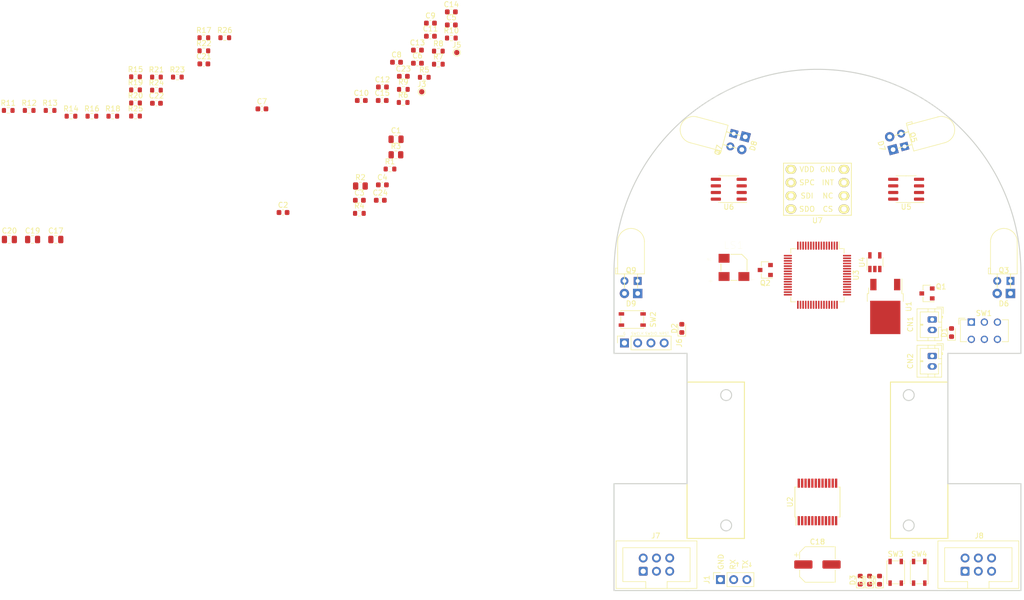
<source format=kicad_pcb>
(kicad_pcb (version 20171130) (host pcbnew "(5.1.8-0-10_14)")
  (layers (0 F.Cu signal) (31 B.Cu signal) (34 B.Paste user) (35 F.Paste user) (36 B.SilkS user) (37 F.SilkS user) (38 B.Mask user) (39 F.Mask user) (44 Edge.Cuts user))
  (net 0 "")
  (net 1 GND)
  (net 2 VCC)
  (net 3 /BAT_MONI)
  (net 4 +5V)
  (net 5 /SW0)
  (net 6 "Net-(C6-Pad1)")
  (net 7 /NRST)
  (net 8 /SW1)
  (net 9 +3V3)
  (net 10 "Net-(C23-Pad1)")
  (net 11 +BATT)
  (net 12 "Net-(CN1-Pad1)")
  (net 13 "Net-(D1-Pad2)")
  (net 14 /TICK_LED)
  (net 15 /DBG_LED0)
  (net 16 /DBG_LED1)
  (net 17 /DBG_LED2)
  (net 18 "Net-(D6-Pad2)")
  (net 19 "Net-(D6-Pad1)")
  (net 20 "Net-(D7-Pad2)")
  (net 21 "Net-(D7-Pad1)")
  (net 22 "Net-(D8-Pad2)")
  (net 23 "Net-(D8-Pad1)")
  (net 24 "Net-(D9-Pad2)")
  (net 25 "Net-(D9-Pad1)")
  (net 26 /DBG_TX)
  (net 27 /DBG_RX)
  (net 28 /IMU_MISO)
  (net 29 /IMU_MOSI)
  (net 30 /IMU_SCK)
  (net 31 /TEST_I2C_SCL)
  (net 32 /IMU_INT)
  (net 33 /IMU_CS)
  (net 34 /TEST_I2C_SDA)
  (net 35 /SWDIO)
  (net 36 /SWCLK)
  (net 37 /ENC_L_A)
  (net 38 /Motor/MOTOR_L-)
  (net 39 /ENC_L_B)
  (net 40 /Motor/MOTOR_L+)
  (net 41 /ENC_R_A)
  (net 42 /Motor/MOTOR_R-)
  (net 43 /ENC_R_B)
  (net 44 /Motor/MOTOR_R+)
  (net 45 "Net-(LS1-Pad2)")
  (net 46 "Net-(Q2-Pad1)")
  (net 47 /WALL_SEN0)
  (net 48 /WALL_SEN1)
  (net 49 /WALL_SEN2)
  (net 50 /WALL_SEN3)
  (net 51 "Net-(R1-Pad2)")
  (net 52 /BUZZER)
  (net 53 "Net-(R11-Pad1)")
  (net 54 /WALL_LED0)
  (net 55 "Net-(R18-Pad2)")
  (net 56 /WALL_LED1)
  (net 57 "Net-(R21-Pad2)")
  (net 58 /WALL_LED2)
  (net 59 "Net-(R25-Pad2)")
  (net 60 /WALL_LED3)
  (net 61 "Net-(SW1-Pad1)")
  (net 62 /MOTOR_L_PWM)
  (net 63 /MOTOR_L_DIR1)
  (net 64 /MOTOR_L_DIR0)
  (net 65 /MOTOR_STBY)
  (net 66 /MOTOR_R_DIR0)
  (net 67 /MOTOR_R_DIR1)
  (net 68 /MOTOR_R_PWM)
  (net 69 "Net-(U3-Pad62)")
  (net 70 "Net-(U3-Pad61)")
  (net 71 "Net-(U3-Pad53)")
  (net 72 "Net-(U3-Pad52)")
  (net 73 "Net-(U3-Pad51)")
  (net 74 "Net-(U3-Pad38)")
  (net 75 "Net-(U3-Pad37)")
  (net 76 "Net-(U3-Pad36)")
  (net 77 "Net-(U3-Pad35)")
  (net 78 "Net-(U3-Pad34)")
  (net 79 "Net-(U3-Pad33)")
  (net 80 "Net-(U3-Pad25)")
  (net 81 "Net-(U3-Pad6)")
  (net 82 "Net-(U3-Pad5)")
  (net 83 "Net-(U4-Pad4)")
  (net 84 "Net-(U7-Pad6)")
  (net 85 "Net-(D2-Pad2)")
  (net 86 "Net-(D3-Pad2)")
  (net 87 "Net-(D4-Pad2)")
  (net 88 "Net-(D5-Pad2)")
  (module Original:ST-1KL3A_ForWall (layer F.Cu) (at 173.3 59.8 255)
    (fp_text reference Q7 (at 1.269999 2.032 75) (layer F.SilkS))
    (fp_text value ST-1KL3A)
    (pad 1 thru_hole rect (at -2.54 0 255) (size 1.524 1.524) (drill 0.762) (layers *.Cu *.Mask) (net 9 +3V3))
    (pad 2 thru_hole circle (at 0 0 255) (size 1.524 1.524) (drill 0.762) (layers *.Cu *.Mask) (net 49 /WALL_SEN2))
  )
  (module Original:ICM-20602 (layer F.Cu) (at 190 68)
    (fp_text reference U7 (at 0 6) (layer F.SilkS))
    (fp_text value ICM-20602-module)
    (fp_text user SDO (at -2 3.81) (layer F.SilkS))
    (fp_text user CS (at 2 3.81) (layer F.SilkS))
    (fp_text user SDI (at -2 1.27) (layer F.SilkS))
    (fp_text user NC (at 2 1.27) (layer F.SilkS))
    (fp_text user SPC (at -2 -1.27) (layer F.SilkS))
    (fp_text user INT (at 2 -1.27) (layer F.SilkS))
    (fp_text user GND (at 2 -3.81) (layer F.SilkS))
    (fp_text user VDD (at -2 -3.81) (layer F.SilkS))
    (pad 1 thru_hole oval (at -5.08 -3.81) (size 2.032 1.7272) (drill 1.016) (layers *.Cu *.Mask F.SilkS) (net 9 +3V3))
    (pad 2 thru_hole oval (at -5.08 -1.27) (size 2.032 1.7272) (drill 1.016) (layers *.Cu *.Mask F.SilkS) (net 30 /IMU_SCK))
    (pad 3 thru_hole oval (at -5.08 1.27) (size 2.032 1.7272) (drill 1.016) (layers *.Cu *.Mask F.SilkS) (net 29 /IMU_MOSI))
    (pad 4 thru_hole oval (at -5.08 3.81) (size 2.032 1.7272) (drill 1.016) (layers *.Cu *.Mask F.SilkS) (net 28 /IMU_MISO))
    (pad 5 thru_hole oval (at 5.08 -3.81) (size 2.032 1.7272) (drill 1.016) (layers *.Cu *.Mask F.SilkS) (net 33 /IMU_CS))
    (pad 6 thru_hole oval (at 5.08 -1.27) (size 2.032 1.7272) (drill 1.016) (layers *.Cu *.Mask F.SilkS) (net 84 "Net-(U7-Pad6)"))
    (pad 7 thru_hole oval (at 5.08 1.27) (size 2.032 1.7272) (drill 1.016) (layers *.Cu *.Mask F.SilkS) (net 32 /IMU_INT))
    (pad 8 thru_hole oval (at 5.08 3.81) (size 2.032 1.7272) (drill 1.016) (layers *.Cu *.Mask F.SilkS) (net 1 GND))
  )
  (module Original:LED_D5.0mm_Horizontal_O3.81mm_Z9.0mm_reverse (layer F.Cu) (at 175.5 60.4 255)
    (fp_text reference D8 (at -1.27 -1.96 75) (layer F.SilkS))
    (fp_text value SFH4550)
    (pad 1 thru_hole rect (at -2.54 0 255) (size 1.8 1.8) (drill 0.9) (layers *.Cu *.Mask) (net 23 "Net-(D8-Pad1)"))
    (pad 2 thru_hole circle (at 0 0 255) (size 1.8 1.8) (drill 0.9) (layers *.Cu *.Mask) (net 22 "Net-(D8-Pad2)"))
  )
  (module Original:LED_D5.0mm_Horizontal_O3.81mm_Z9.0mm_reverse (layer F.Cu) (at 153 88 180)
    (fp_text reference D9 (at -1.27 -1.96) (layer F.SilkS))
    (fp_text value SFH4550)
    (pad 1 thru_hole rect (at -2.54 0 180) (size 1.8 1.8) (drill 0.9) (layers *.Cu *.Mask) (net 25 "Net-(D9-Pad1)"))
    (pad 2 thru_hole circle (at 0 0 180) (size 1.8 1.8) (drill 0.9) (layers *.Cu *.Mask) (net 24 "Net-(D9-Pad2)"))
  )
  (module Package_TO_SOT_SMD:SOT-23 (layer F.Cu) (at 211 88 180)
    (fp_text reference Q1 (at -2.7 1.3) (layer F.SilkS))
    (fp_text value IRLML6402)
    (pad 3 smd rect (at 1 0 180) (size 0.9 0.8) (layers F.Cu F.Paste F.Mask) (net 2 VCC))
    (pad 2 smd rect (at -1 0.95 180) (size 0.9 0.8) (layers F.Cu F.Paste F.Mask) (net 11 +BATT))
    (pad 1 smd rect (at -1 -0.95 180) (size 0.9 0.8) (layers F.Cu F.Paste F.Mask) (net 11 +BATT))
  )
  (module Package_SO:SSOP-24_5.3x8.2mm_P0.65mm (layer F.Cu) (at 190 128 90)
    (fp_text reference U2 (at 0 -5.25 90) (layer F.SilkS))
    (fp_text value TB6612FNG)
    (pad 24 smd rect (at 3.6 -3.575 90) (size 1.75 0.45) (layers F.Cu F.Paste F.Mask) (net 2 VCC))
    (pad 23 smd rect (at 3.6 -2.925 90) (size 1.75 0.45) (layers F.Cu F.Paste F.Mask) (net 62 /MOTOR_L_PWM))
    (pad 22 smd rect (at 3.6 -2.275 90) (size 1.75 0.45) (layers F.Cu F.Paste F.Mask) (net 63 /MOTOR_L_DIR1))
    (pad 21 smd rect (at 3.6 -1.625 90) (size 1.75 0.45) (layers F.Cu F.Paste F.Mask) (net 64 /MOTOR_L_DIR0))
    (pad 20 smd rect (at 3.6 -0.975 90) (size 1.75 0.45) (layers F.Cu F.Paste F.Mask) (net 9 +3V3))
    (pad 19 smd rect (at 3.6 -0.325 90) (size 1.75 0.45) (layers F.Cu F.Paste F.Mask) (net 65 /MOTOR_STBY))
    (pad 18 smd rect (at 3.6 0.325 90) (size 1.75 0.45) (layers F.Cu F.Paste F.Mask) (net 1 GND))
    (pad 17 smd rect (at 3.6 0.975 90) (size 1.75 0.45) (layers F.Cu F.Paste F.Mask) (net 66 /MOTOR_R_DIR0))
    (pad 16 smd rect (at 3.6 1.625 90) (size 1.75 0.45) (layers F.Cu F.Paste F.Mask) (net 67 /MOTOR_R_DIR1))
    (pad 15 smd rect (at 3.6 2.275 90) (size 1.75 0.45) (layers F.Cu F.Paste F.Mask) (net 68 /MOTOR_R_PWM))
    (pad 14 smd rect (at 3.6 2.925 90) (size 1.75 0.45) (layers F.Cu F.Paste F.Mask) (net 2 VCC))
    (pad 13 smd rect (at 3.6 3.575 90) (size 1.75 0.45) (layers F.Cu F.Paste F.Mask) (net 2 VCC))
    (pad 12 smd rect (at -3.6 3.575 90) (size 1.75 0.45) (layers F.Cu F.Paste F.Mask) (net 42 /Motor/MOTOR_R-))
    (pad 11 smd rect (at -3.6 2.925 90) (size 1.75 0.45) (layers F.Cu F.Paste F.Mask) (net 42 /Motor/MOTOR_R-))
    (pad 10 smd rect (at -3.6 2.275 90) (size 1.75 0.45) (layers F.Cu F.Paste F.Mask) (net 1 GND))
    (pad 9 smd rect (at -3.6 1.625 90) (size 1.75 0.45) (layers F.Cu F.Paste F.Mask) (net 1 GND))
    (pad 8 smd rect (at -3.6 0.975 90) (size 1.75 0.45) (layers F.Cu F.Paste F.Mask) (net 44 /Motor/MOTOR_R+))
    (pad 7 smd rect (at -3.6 0.325 90) (size 1.75 0.45) (layers F.Cu F.Paste F.Mask) (net 44 /Motor/MOTOR_R+))
    (pad 6 smd rect (at -3.6 -0.325 90) (size 1.75 0.45) (layers F.Cu F.Paste F.Mask) (net 38 /Motor/MOTOR_L-))
    (pad 5 smd rect (at -3.6 -0.975 90) (size 1.75 0.45) (layers F.Cu F.Paste F.Mask) (net 38 /Motor/MOTOR_L-))
    (pad 4 smd rect (at -3.6 -1.625 90) (size 1.75 0.45) (layers F.Cu F.Paste F.Mask) (net 1 GND))
    (pad 3 smd rect (at -3.6 -2.275 90) (size 1.75 0.45) (layers F.Cu F.Paste F.Mask) (net 1 GND))
    (pad 2 smd rect (at -3.6 -2.925 90) (size 1.75 0.45) (layers F.Cu F.Paste F.Mask) (net 40 /Motor/MOTOR_L+))
    (pad 1 smd rect (at -3.6 -3.575 90) (size 1.75 0.45) (layers F.Cu F.Paste F.Mask) (net 40 /Motor/MOTOR_L+))
  )
  (module Connector_IDC:IDC-Header_2x03_P2.54mm_Vertical (layer F.Cu) (at 156.6 141.3 90)
    (fp_text reference J7 (at 6.8 2.4) (layer F.SilkS))
    (fp_text value Conn_02x03_Odd_Even)
    (pad 6 thru_hole circle (at 2.54 5.08 90) (size 1.7 1.7) (drill 1) (layers *.Cu *.Mask) (net 37 /ENC_L_A))
    (pad 4 thru_hole circle (at 2.54 2.54 90) (size 1.7 1.7) (drill 1) (layers *.Cu *.Mask) (net 4 +5V))
    (pad 2 thru_hole circle (at 2.54 0 90) (size 1.7 1.7) (drill 1) (layers *.Cu *.Mask) (net 38 /Motor/MOTOR_L-))
    (pad 5 thru_hole circle (at 0 5.08 90) (size 1.7 1.7) (drill 1) (layers *.Cu *.Mask) (net 39 /ENC_L_B))
    (pad 3 thru_hole circle (at 0 2.54 90) (size 1.7 1.7) (drill 1) (layers *.Cu *.Mask) (net 1 GND))
    (pad 1 thru_hole roundrect (at 0 0 90) (size 1.7 1.7) (drill 1) (layers *.Cu *.Mask) (roundrect_rratio 0.147059) (net 40 /Motor/MOTOR_L+))
  )
  (module Connector_IDC:IDC-Header_2x03_P2.54mm_Vertical (layer F.Cu) (at 218.3 141.3 90)
    (fp_text reference J8 (at 6.8 2.7 180) (layer F.SilkS))
    (fp_text value Conn_02x03_Odd_Even)
    (pad 6 thru_hole circle (at 2.54 5.08 90) (size 1.7 1.7) (drill 1) (layers *.Cu *.Mask) (net 41 /ENC_R_A))
    (pad 4 thru_hole circle (at 2.54 2.54 90) (size 1.7 1.7) (drill 1) (layers *.Cu *.Mask) (net 4 +5V))
    (pad 2 thru_hole circle (at 2.54 0 90) (size 1.7 1.7) (drill 1) (layers *.Cu *.Mask) (net 42 /Motor/MOTOR_R-))
    (pad 5 thru_hole circle (at 0 5.08 90) (size 1.7 1.7) (drill 1) (layers *.Cu *.Mask) (net 43 /ENC_R_B))
    (pad 3 thru_hole circle (at 0 2.54 90) (size 1.7 1.7) (drill 1) (layers *.Cu *.Mask) (net 1 GND))
    (pad 1 thru_hole roundrect (at 0 0 90) (size 1.7 1.7) (drill 1) (layers *.Cu *.Mask) (roundrect_rratio 0.147059) (net 44 /Motor/MOTOR_R+))
  )
  (module Original:SW_TACT_ALPS_SKRPABE010 (layer F.Cu) (at 205 141.5 90)
    (fp_text reference SW3 (at 3.5 0 180) (layer F.SilkS))
    (fp_text value SW_Push)
    (pad 2 smd rect (at 2.075 1.075 90) (size 1.05 0.65) (layers F.Cu F.Paste F.Mask) (net 5 /SW0))
    (pad 2 smd rect (at -2.075 1.075 90) (size 1.05 0.65) (layers F.Cu F.Paste F.Mask) (net 5 /SW0))
    (pad 1 smd rect (at 2.075 -1.075 90) (size 1.05 0.65) (layers F.Cu F.Paste F.Mask) (net 1 GND))
    (pad 1 smd rect (at -2.075 -1.075 90) (size 1.05 0.65) (layers F.Cu F.Paste F.Mask) (net 1 GND))
  )
  (module Connector_JST:JST_PH_B2B-PH-K_1x02_P2.00mm_Vertical (layer F.Cu) (at 212 93 270)
    (fp_text reference CN1 (at 0.9 4.2 90) (layer F.SilkS))
    (fp_text value Battery)
    (pad 2 thru_hole oval (at 2 0 270) (size 1.2 1.75) (drill 0.75) (layers *.Cu *.Mask) (net 11 +BATT))
    (pad 1 thru_hole roundrect (at 0 0 270) (size 1.2 1.75) (drill 0.75) (layers *.Cu *.Mask) (roundrect_rratio 0.208333) (net 12 "Net-(CN1-Pad1)"))
  )
  (module Package_SO:SOIC-8_3.9x4.9mm_P1.27mm (layer F.Cu) (at 207 68 180)
    (fp_text reference U5 (at 0 -3.4) (layer F.SilkS))
    (fp_text value AD8397)
    (pad 1 smd roundrect (at -2.475 -1.905 180) (size 1.95 0.6) (layers F.Cu F.Paste F.Mask) (net 18 "Net-(D6-Pad2)"))
    (pad 2 smd roundrect (at -2.475 -0.635 180) (size 1.95 0.6) (layers F.Cu F.Paste F.Mask) (net 19 "Net-(D6-Pad1)"))
    (pad 3 smd roundrect (at -2.475 0.635 180) (size 1.95 0.6) (layers F.Cu F.Paste F.Mask) (net 53 "Net-(R11-Pad1)"))
    (pad 4 smd roundrect (at -2.475 1.905 180) (size 1.95 0.6) (layers F.Cu F.Paste F.Mask) (net 1 GND))
    (pad 5 smd roundrect (at 2.475 1.905 180) (size 1.95 0.6) (layers F.Cu F.Paste F.Mask) (net 55 "Net-(R18-Pad2)"))
    (pad 6 smd roundrect (at 2.475 0.635 180) (size 1.95 0.6) (layers F.Cu F.Paste F.Mask) (net 21 "Net-(D7-Pad1)"))
    (pad 7 smd roundrect (at 2.475 -0.635 180) (size 1.95 0.6) (layers F.Cu F.Paste F.Mask) (net 20 "Net-(D7-Pad2)"))
    (pad 8 smd roundrect (at 2.475 -1.905 180) (size 1.95 0.6) (layers F.Cu F.Paste F.Mask) (net 4 +5V))
  )
  (module Package_SO:SOIC-8_3.9x4.9mm_P1.27mm (layer F.Cu) (at 173 68 180)
    (fp_text reference U6 (at 0 -3.4) (layer F.SilkS))
    (fp_text value AD8397)
    (pad 8 smd roundrect (at 2.475 -1.905 180) (size 1.95 0.6) (layers F.Cu F.Paste F.Mask) (net 4 +5V))
    (pad 7 smd roundrect (at 2.475 -0.635 180) (size 1.95 0.6) (layers F.Cu F.Paste F.Mask) (net 24 "Net-(D9-Pad2)"))
    (pad 6 smd roundrect (at 2.475 0.635 180) (size 1.95 0.6) (layers F.Cu F.Paste F.Mask) (net 25 "Net-(D9-Pad1)"))
    (pad 5 smd roundrect (at 2.475 1.905 180) (size 1.95 0.6) (layers F.Cu F.Paste F.Mask) (net 59 "Net-(R25-Pad2)"))
    (pad 4 smd roundrect (at -2.475 1.905 180) (size 1.95 0.6) (layers F.Cu F.Paste F.Mask) (net 1 GND))
    (pad 3 smd roundrect (at -2.475 0.635 180) (size 1.95 0.6) (layers F.Cu F.Paste F.Mask) (net 57 "Net-(R21-Pad2)"))
    (pad 2 smd roundrect (at -2.475 -0.635 180) (size 1.95 0.6) (layers F.Cu F.Paste F.Mask) (net 23 "Net-(D8-Pad1)"))
    (pad 1 smd roundrect (at -2.475 -1.905 180) (size 1.95 0.6) (layers F.Cu F.Paste F.Mask) (net 22 "Net-(D8-Pad2)"))
  )
  (module Package_QFP:LQFP-64_10x10mm_P0.5mm (layer F.Cu) (at 190 84.5 270)
    (fp_text reference U3 (at 0 -7.4 90) (layer F.SilkS))
    (fp_text value STM32F405RGTx)
    (pad 64 smd roundrect (at -3.75 -5.675 270) (size 0.3 1.55) (layers F.Cu F.Paste F.Mask) (net 9 +3V3))
    (pad 63 smd roundrect (at -3.25 -5.675 270) (size 0.3 1.55) (layers F.Cu F.Paste F.Mask) (net 1 GND))
    (pad 62 smd roundrect (at -2.75 -5.675 270) (size 0.3 1.55) (layers F.Cu F.Paste F.Mask) (net 69 "Net-(U3-Pad62)"))
    (pad 61 smd roundrect (at -2.25 -5.675 270) (size 0.3 1.55) (layers F.Cu F.Paste F.Mask) (net 70 "Net-(U3-Pad61)"))
    (pad 60 smd roundrect (at -1.75 -5.675 270) (size 0.3 1.55) (layers F.Cu F.Paste F.Mask) (net 1 GND))
    (pad 59 smd roundrect (at -1.25 -5.675 270) (size 0.3 1.55) (layers F.Cu F.Paste F.Mask) (net 32 /IMU_INT))
    (pad 58 smd roundrect (at -0.75 -5.675 270) (size 0.3 1.55) (layers F.Cu F.Paste F.Mask) (net 33 /IMU_CS))
    (pad 57 smd roundrect (at -0.25 -5.675 270) (size 0.3 1.55) (layers F.Cu F.Paste F.Mask) (net 29 /IMU_MOSI))
    (pad 56 smd roundrect (at 0.25 -5.675 270) (size 0.3 1.55) (layers F.Cu F.Paste F.Mask) (net 28 /IMU_MISO))
    (pad 55 smd roundrect (at 0.75 -5.675 270) (size 0.3 1.55) (layers F.Cu F.Paste F.Mask) (net 39 /ENC_L_B))
    (pad 54 smd roundrect (at 1.25 -5.675 270) (size 0.3 1.55) (layers F.Cu F.Paste F.Mask) (net 52 /BUZZER))
    (pad 53 smd roundrect (at 1.75 -5.675 270) (size 0.3 1.55) (layers F.Cu F.Paste F.Mask) (net 71 "Net-(U3-Pad53)"))
    (pad 52 smd roundrect (at 2.25 -5.675 270) (size 0.3 1.55) (layers F.Cu F.Paste F.Mask) (net 72 "Net-(U3-Pad52)"))
    (pad 51 smd roundrect (at 2.75 -5.675 270) (size 0.3 1.55) (layers F.Cu F.Paste F.Mask) (net 73 "Net-(U3-Pad51)"))
    (pad 50 smd roundrect (at 3.25 -5.675 270) (size 0.3 1.55) (layers F.Cu F.Paste F.Mask) (net 37 /ENC_L_A))
    (pad 49 smd roundrect (at 3.75 -5.675 270) (size 0.3 1.55) (layers F.Cu F.Paste F.Mask) (net 36 /SWCLK))
    (pad 48 smd roundrect (at 5.675 -3.75 270) (size 1.55 0.3) (layers F.Cu F.Paste F.Mask) (net 9 +3V3))
    (pad 47 smd roundrect (at 5.675 -3.25 270) (size 1.55 0.3) (layers F.Cu F.Paste F.Mask) (net 10 "Net-(C23-Pad1)"))
    (pad 46 smd roundrect (at 5.675 -2.75 270) (size 1.55 0.3) (layers F.Cu F.Paste F.Mask) (net 35 /SWDIO))
    (pad 45 smd roundrect (at 5.675 -2.25 270) (size 1.55 0.3) (layers F.Cu F.Paste F.Mask) (net 65 /MOTOR_STBY))
    (pad 44 smd roundrect (at 5.675 -1.75 270) (size 1.55 0.3) (layers F.Cu F.Paste F.Mask) (net 64 /MOTOR_L_DIR0))
    (pad 43 smd roundrect (at 5.675 -1.25 270) (size 1.55 0.3) (layers F.Cu F.Paste F.Mask) (net 63 /MOTOR_L_DIR1))
    (pad 42 smd roundrect (at 5.675 -0.75 270) (size 1.55 0.3) (layers F.Cu F.Paste F.Mask) (net 62 /MOTOR_L_PWM))
    (pad 41 smd roundrect (at 5.675 -0.25 270) (size 1.55 0.3) (layers F.Cu F.Paste F.Mask) (net 68 /MOTOR_R_PWM))
    (pad 40 smd roundrect (at 5.675 0.25 270) (size 1.55 0.3) (layers F.Cu F.Paste F.Mask) (net 66 /MOTOR_R_DIR0))
    (pad 39 smd roundrect (at 5.675 0.75 270) (size 1.55 0.3) (layers F.Cu F.Paste F.Mask) (net 67 /MOTOR_R_DIR1))
    (pad 38 smd roundrect (at 5.675 1.25 270) (size 1.55 0.3) (layers F.Cu F.Paste F.Mask) (net 74 "Net-(U3-Pad38)"))
    (pad 37 smd roundrect (at 5.675 1.75 270) (size 1.55 0.3) (layers F.Cu F.Paste F.Mask) (net 75 "Net-(U3-Pad37)"))
    (pad 36 smd roundrect (at 5.675 2.25 270) (size 1.55 0.3) (layers F.Cu F.Paste F.Mask) (net 76 "Net-(U3-Pad36)"))
    (pad 35 smd roundrect (at 5.675 2.75 270) (size 1.55 0.3) (layers F.Cu F.Paste F.Mask) (net 77 "Net-(U3-Pad35)"))
    (pad 34 smd roundrect (at 5.675 3.25 270) (size 1.55 0.3) (layers F.Cu F.Paste F.Mask) (net 78 "Net-(U3-Pad34)"))
    (pad 33 smd roundrect (at 5.675 3.75 270) (size 1.55 0.3) (layers F.Cu F.Paste F.Mask) (net 79 "Net-(U3-Pad33)"))
    (pad 32 smd roundrect (at 3.75 5.675 270) (size 0.3 1.55) (layers F.Cu F.Paste F.Mask) (net 9 +3V3))
    (pad 31 smd roundrect (at 3.25 5.675 270) (size 0.3 1.55) (layers F.Cu F.Paste F.Mask) (net 6 "Net-(C6-Pad1)"))
    (pad 30 smd roundrect (at 2.75 5.675 270) (size 0.3 1.55) (layers F.Cu F.Paste F.Mask) (net 34 /TEST_I2C_SDA))
    (pad 29 smd roundrect (at 2.25 5.675 270) (size 0.3 1.55) (layers F.Cu F.Paste F.Mask) (net 31 /TEST_I2C_SCL))
    (pad 28 smd roundrect (at 1.75 5.675 270) (size 0.3 1.55) (layers F.Cu F.Paste F.Mask) (net 8 /SW1))
    (pad 27 smd roundrect (at 1.25 5.675 270) (size 0.3 1.55) (layers F.Cu F.Paste F.Mask) (net 50 /WALL_SEN3))
    (pad 26 smd roundrect (at 0.75 5.675 270) (size 0.3 1.55) (layers F.Cu F.Paste F.Mask) (net 49 /WALL_SEN2))
    (pad 25 smd roundrect (at 0.25 5.675 270) (size 0.3 1.55) (layers F.Cu F.Paste F.Mask) (net 80 "Net-(U3-Pad25)"))
    (pad 24 smd roundrect (at -0.25 5.675 270) (size 0.3 1.55) (layers F.Cu F.Paste F.Mask) (net 14 /TICK_LED))
    (pad 23 smd roundrect (at -0.75 5.675 270) (size 0.3 1.55) (layers F.Cu F.Paste F.Mask) (net 48 /WALL_SEN1))
    (pad 22 smd roundrect (at -1.25 5.675 270) (size 0.3 1.55) (layers F.Cu F.Paste F.Mask) (net 47 /WALL_SEN0))
    (pad 21 smd roundrect (at -1.75 5.675 270) (size 0.3 1.55) (layers F.Cu F.Paste F.Mask) (net 30 /IMU_SCK))
    (pad 20 smd roundrect (at -2.25 5.675 270) (size 0.3 1.55) (layers F.Cu F.Paste F.Mask) (net 3 /BAT_MONI))
    (pad 19 smd roundrect (at -2.75 5.675 270) (size 0.3 1.55) (layers F.Cu F.Paste F.Mask) (net 9 +3V3))
    (pad 18 smd roundrect (at -3.25 5.675 270) (size 0.3 1.55) (layers F.Cu F.Paste F.Mask) (net 1 GND))
    (pad 17 smd roundrect (at -3.75 5.675 270) (size 0.3 1.55) (layers F.Cu F.Paste F.Mask) (net 27 /DBG_RX))
    (pad 16 smd roundrect (at -5.675 3.75 270) (size 1.55 0.3) (layers F.Cu F.Paste F.Mask) (net 26 /DBG_TX))
    (pad 15 smd roundrect (at -5.675 3.25 270) (size 1.55 0.3) (layers F.Cu F.Paste F.Mask) (net 43 /ENC_R_B))
    (pad 14 smd roundrect (at -5.675 2.75 270) (size 1.55 0.3) (layers F.Cu F.Paste F.Mask) (net 41 /ENC_R_A))
    (pad 13 smd roundrect (at -5.675 2.25 270) (size 1.55 0.3) (layers F.Cu F.Paste F.Mask) (net 9 +3V3))
    (pad 12 smd roundrect (at -5.675 1.75 270) (size 1.55 0.3) (layers F.Cu F.Paste F.Mask) (net 1 GND))
    (pad 11 smd roundrect (at -5.675 1.25 270) (size 1.55 0.3) (layers F.Cu F.Paste F.Mask) (net 60 /WALL_LED3))
    (pad 10 smd roundrect (at -5.675 0.75 270) (size 1.55 0.3) (layers F.Cu F.Paste F.Mask) (net 58 /WALL_LED2))
    (pad 9 smd roundrect (at -5.675 0.25 270) (size 1.55 0.3) (layers F.Cu F.Paste F.Mask) (net 56 /WALL_LED1))
    (pad 8 smd roundrect (at -5.675 -0.25 270) (size 1.55 0.3) (layers F.Cu F.Paste F.Mask) (net 54 /WALL_LED0))
    (pad 7 smd roundrect (at -5.675 -0.75 270) (size 1.55 0.3) (layers F.Cu F.Paste F.Mask) (net 7 /NRST))
    (pad 6 smd roundrect (at -5.675 -1.25 270) (size 1.55 0.3) (layers F.Cu F.Paste F.Mask) (net 81 "Net-(U3-Pad6)"))
    (pad 5 smd roundrect (at -5.675 -1.75 270) (size 1.55 0.3) (layers F.Cu F.Paste F.Mask) (net 82 "Net-(U3-Pad5)"))
    (pad 4 smd roundrect (at -5.675 -2.25 270) (size 1.55 0.3) (layers F.Cu F.Paste F.Mask) (net 17 /DBG_LED2))
    (pad 3 smd roundrect (at -5.675 -2.75 270) (size 1.55 0.3) (layers F.Cu F.Paste F.Mask) (net 16 /DBG_LED1))
    (pad 2 smd roundrect (at -5.675 -3.25 270) (size 1.55 0.3) (layers F.Cu F.Paste F.Mask) (net 15 /DBG_LED0))
    (pad 1 smd roundrect (at -5.675 -3.75 270) (size 1.55 0.3) (layers F.Cu F.Paste F.Mask) (net 9 +3V3))
  )
  (module Original:ST-1KL3A_ForWall (layer F.Cu) (at 206.7 59.8 105)
    (fp_text reference Q5 (at 1.27 2.032 105) (layer F.SilkS))
    (fp_text value ST-1KL3A)
    (pad 2 thru_hole circle (at 2.54 0 105) (size 1.524 1.524) (drill 0.762) (layers *.Cu *.Mask) (net 48 /WALL_SEN1))
    (pad 1 thru_hole rect (at 0 0 105) (size 1.524 1.524) (drill 0.762) (layers *.Cu *.Mask) (net 9 +3V3))
  )
  (module Original:ST-1KL3A_ForWall (layer F.Cu) (at 227 85.6 180)
    (fp_text reference Q3 (at 1.27 2.032) (layer F.SilkS))
    (fp_text value ST-1KL3A)
    (pad 2 thru_hole circle (at 2.54 0 180) (size 1.524 1.524) (drill 0.762) (layers *.Cu *.Mask) (net 47 /WALL_SEN0))
    (pad 1 thru_hole rect (at 0 0 180) (size 1.524 1.524) (drill 0.762) (layers *.Cu *.Mask) (net 9 +3V3))
  )
  (module LED_THT:LED_D5.0mm_Horizontal_O3.81mm_Z9.0mm (layer F.Cu) (at 204.5 60.4 105)
    (fp_text reference D7 (at 1.27 -1.96 105) (layer F.SilkS))
    (fp_text value SFH4550)
    (pad 2 thru_hole circle (at 2.54 0 105) (size 1.8 1.8) (drill 0.9) (layers *.Cu *.Mask) (net 20 "Net-(D7-Pad2)"))
    (pad 1 thru_hole rect (at 0 0 105) (size 1.8 1.8) (drill 0.9) (layers *.Cu *.Mask) (net 21 "Net-(D7-Pad1)"))
  )
  (module LED_THT:LED_D5.0mm_Horizontal_O3.81mm_Z9.0mm (layer F.Cu) (at 227 88 180)
    (fp_text reference D6 (at 1.27 -1.96) (layer F.SilkS))
    (fp_text value SFH4550)
    (pad 2 thru_hole circle (at 2.54 0 180) (size 1.8 1.8) (drill 0.9) (layers *.Cu *.Mask) (net 18 "Net-(D6-Pad2)"))
    (pad 1 thru_hole rect (at 0 0 180) (size 1.8 1.8) (drill 0.9) (layers *.Cu *.Mask) (net 19 "Net-(D6-Pad1)"))
  )
  (module Original:ST-1KL3A_ForWall (layer F.Cu) (at 155.54 85.6 180)
    (fp_text reference Q9 (at 1.27 2.032) (layer F.SilkS))
    (fp_text value ST-1KL3A)
    (pad 2 thru_hole circle (at 2.54 0 180) (size 1.524 1.524) (drill 0.762) (layers *.Cu *.Mask) (net 50 /WALL_SEN3))
    (pad 1 thru_hole rect (at 0 0 180) (size 1.524 1.524) (drill 0.762) (layers *.Cu *.Mask) (net 9 +3V3))
  )
  (module Package_TO_SOT_SMD:TSOT-23-5 (layer F.Cu) (at 201 82 90)
    (fp_text reference U4 (at 0 -2.45 90) (layer F.SilkS))
    (fp_text value ADP7182AUJZ-3.3)
    (pad 5 smd rect (at 1.31 -0.95 90) (size 1.22 0.65) (layers F.Cu F.Paste F.Mask) (net 9 +3V3))
    (pad 4 smd rect (at 1.31 0.95 90) (size 1.22 0.65) (layers F.Cu F.Paste F.Mask) (net 83 "Net-(U4-Pad4)"))
    (pad 3 smd rect (at -1.31 0.95 90) (size 1.22 0.65) (layers F.Cu F.Paste F.Mask) (net 4 +5V))
    (pad 2 smd rect (at -1.31 0 90) (size 1.22 0.65) (layers F.Cu F.Paste F.Mask) (net 4 +5V))
    (pad 1 smd rect (at -1.31 -0.95 90) (size 1.22 0.65) (layers F.Cu F.Paste F.Mask) (net 1 GND))
  )
  (module Package_TO_SOT_SMD:TO-252-2 (layer F.Cu) (at 203 90.5 270)
    (fp_text reference U1 (at 0 -4.5 90) (layer F.SilkS))
    (fp_text value NJM7805S)
    (pad 1 smd rect (at -4.2 -2.28 270) (size 2.2 1.2) (layers F.Cu F.Paste F.Mask) (net 2 VCC))
    (pad 3 smd rect (at -4.2 2.28 270) (size 2.2 1.2) (layers F.Cu F.Paste F.Mask) (net 4 +5V))
    (pad 2 smd rect (at 2.1 0 270) (size 6.4 5.8) (layers F.Cu F.Mask) (net 1 GND))
  )
  (module Original:SW_TACT_ALPS_SKRPABE010 (layer F.Cu) (at 209.5 141.5 90)
    (fp_text reference SW4 (at 3.5 0 180) (layer F.SilkS))
    (fp_text value SW_Push)
    (pad 2 smd rect (at 2.075 1.075 90) (size 1.05 0.65) (layers F.Cu F.Paste F.Mask) (net 8 /SW1))
    (pad 2 smd rect (at -2.075 1.075 90) (size 1.05 0.65) (layers F.Cu F.Paste F.Mask) (net 8 /SW1))
    (pad 1 smd rect (at 2.075 -1.075 90) (size 1.05 0.65) (layers F.Cu F.Paste F.Mask) (net 1 GND))
    (pad 1 smd rect (at -2.075 -1.075 90) (size 1.05 0.65) (layers F.Cu F.Paste F.Mask) (net 1 GND))
  )
  (module Original:SW_TACT_ALPS_SKRPABE010 (layer F.Cu) (at 154.5 93)
    (fp_text reference SW2 (at 4 0 90) (layer F.SilkS))
    (fp_text value SW_Push)
    (pad 2 smd rect (at 2.075 1.075) (size 1.05 0.65) (layers F.Cu F.Paste F.Mask) (net 7 /NRST))
    (pad 2 smd rect (at -2.075 1.075) (size 1.05 0.65) (layers F.Cu F.Paste F.Mask) (net 7 /NRST))
    (pad 1 smd rect (at 2.075 -1.075) (size 1.05 0.65) (layers F.Cu F.Paste F.Mask) (net 1 GND))
    (pad 1 smd rect (at -2.075 -1.075) (size 1.05 0.65) (layers F.Cu F.Paste F.Mask) (net 1 GND))
  )
  (module Button_Switch_THT:SW_CuK_JS202011CQN_DPDT_Straight (layer F.Cu) (at 219.5 93.5)
    (fp_text reference SW1 (at 2.4 -1.7) (layer F.SilkS))
    (fp_text value SW_SPDT)
    (pad 1 thru_hole rect (at 0 0) (size 1.4 1.4) (drill 0.9) (layers *.Cu *.Mask) (net 61 "Net-(SW1-Pad1)"))
    (pad 2 thru_hole circle (at 2.5 0) (size 1.4 1.4) (drill 0.9) (layers *.Cu *.Mask) (net 51 "Net-(R1-Pad2)"))
    (pad 3 thru_hole circle (at 5 0) (size 1.4 1.4) (drill 0.9) (layers *.Cu *.Mask) (net 1 GND))
    (pad 4 thru_hole circle (at 0 3.3) (size 1.4 1.4) (drill 0.9) (layers *.Cu *.Mask))
    (pad 5 thru_hole circle (at 2.5 3.3) (size 1.4 1.4) (drill 0.9) (layers *.Cu *.Mask))
    (pad 6 thru_hole circle (at 5 3.3) (size 1.4 1.4) (drill 0.9) (layers *.Cu *.Mask))
  )
  (module Resistor_SMD:R_0603_1608Metric (layer F.Cu) (at 76.39 38.94)
    (fp_text reference R26 (at 0 -1.43) (layer F.SilkS))
    (fp_text value 10k)
    (pad 2 smd roundrect (at 0.825 0) (size 0.8 0.95) (layers F.Cu F.Paste F.Mask) (net 1 GND))
    (pad 1 smd roundrect (at -0.825 0) (size 0.8 0.95) (layers F.Cu F.Paste F.Mask) (net 59 "Net-(R25-Pad2)"))
  )
  (module Resistor_SMD:R_0603_1608Metric (layer F.Cu) (at 59.28 53.97)
    (fp_text reference R25 (at 0 -1.43) (layer F.SilkS))
    (fp_text value 24k)
    (pad 2 smd roundrect (at 0.825 0) (size 0.8 0.95) (layers F.Cu F.Paste F.Mask) (net 59 "Net-(R25-Pad2)"))
    (pad 1 smd roundrect (at -0.825 0) (size 0.8 0.95) (layers F.Cu F.Paste F.Mask) (net 60 /WALL_LED3))
  )
  (module Resistor_SMD:R_0603_1608Metric (layer F.Cu) (at 63.29 49)
    (fp_text reference R24 (at 0 -1.43) (layer F.SilkS))
    (fp_text value "10 1/10W")
    (pad 2 smd roundrect (at 0.825 0) (size 0.8 0.95) (layers F.Cu F.Paste F.Mask) (net 1 GND))
    (pad 1 smd roundrect (at -0.825 0) (size 0.8 0.95) (layers F.Cu F.Paste F.Mask) (net 25 "Net-(D9-Pad1)"))
  )
  (module Resistor_SMD:R_0603_1608Metric (layer F.Cu) (at 67.3 46.49)
    (fp_text reference R23 (at 0 -1.43) (layer F.SilkS))
    (fp_text value "10 1/10W")
    (pad 2 smd roundrect (at 0.825 0) (size 0.8 0.95) (layers F.Cu F.Paste F.Mask) (net 1 GND))
    (pad 1 smd roundrect (at -0.825 0) (size 0.8 0.95) (layers F.Cu F.Paste F.Mask) (net 23 "Net-(D8-Pad1)"))
  )
  (module Resistor_SMD:R_0603_1608Metric (layer F.Cu) (at 72.38 41.45)
    (fp_text reference R22 (at 0 -1.43) (layer F.SilkS))
    (fp_text value 10k)
    (pad 2 smd roundrect (at 0.825 0) (size 0.8 0.95) (layers F.Cu F.Paste F.Mask) (net 1 GND))
    (pad 1 smd roundrect (at -0.825 0) (size 0.8 0.95) (layers F.Cu F.Paste F.Mask) (net 57 "Net-(R21-Pad2)"))
  )
  (module Resistor_SMD:R_0603_1608Metric (layer F.Cu) (at 63.29 46.49)
    (fp_text reference R21 (at 0 -1.43) (layer F.SilkS))
    (fp_text value 24k)
    (pad 2 smd roundrect (at 0.825 0) (size 0.8 0.95) (layers F.Cu F.Paste F.Mask) (net 57 "Net-(R21-Pad2)"))
    (pad 1 smd roundrect (at -0.825 0) (size 0.8 0.95) (layers F.Cu F.Paste F.Mask) (net 58 /WALL_LED2))
  )
  (module Resistor_SMD:R_0603_1608Metric (layer F.Cu) (at 59.28 51.46)
    (fp_text reference R20 (at 0 -1.43) (layer F.SilkS))
    (fp_text value 1k)
    (pad 2 smd roundrect (at 0.825 0) (size 0.8 0.95) (layers F.Cu F.Paste F.Mask) (net 1 GND))
    (pad 1 smd roundrect (at -0.825 0) (size 0.8 0.95) (layers F.Cu F.Paste F.Mask) (net 50 /WALL_SEN3))
  )
  (module Resistor_SMD:R_0603_1608Metric (layer F.Cu) (at 59.28 48.95)
    (fp_text reference R19 (at 0 -1.43) (layer F.SilkS))
    (fp_text value 10k)
    (pad 2 smd roundrect (at 0.825 0) (size 0.8 0.95) (layers F.Cu F.Paste F.Mask) (net 1 GND))
    (pad 1 smd roundrect (at -0.825 0) (size 0.8 0.95) (layers F.Cu F.Paste F.Mask) (net 55 "Net-(R18-Pad2)"))
  )
  (module Resistor_SMD:R_0603_1608Metric (layer F.Cu) (at 54.93 53.99)
    (fp_text reference R18 (at 0 -1.43) (layer F.SilkS))
    (fp_text value 24k)
    (pad 2 smd roundrect (at 0.825 0) (size 0.8 0.95) (layers F.Cu F.Paste F.Mask) (net 55 "Net-(R18-Pad2)"))
    (pad 1 smd roundrect (at -0.825 0) (size 0.8 0.95) (layers F.Cu F.Paste F.Mask) (net 56 /WALL_LED1))
  )
  (module Resistor_SMD:R_0603_1608Metric (layer F.Cu) (at 72.38 38.94)
    (fp_text reference R17 (at 0 -1.43) (layer F.SilkS))
    (fp_text value 1k)
    (pad 2 smd roundrect (at 0.825 0) (size 0.8 0.95) (layers F.Cu F.Paste F.Mask) (net 1 GND))
    (pad 1 smd roundrect (at -0.825 0) (size 0.8 0.95) (layers F.Cu F.Paste F.Mask) (net 49 /WALL_SEN2))
  )
  (module Resistor_SMD:R_0603_1608Metric (layer F.Cu) (at 50.92 53.99)
    (fp_text reference R16 (at 0 -1.43) (layer F.SilkS))
    (fp_text value "10 1/10W")
    (pad 2 smd roundrect (at 0.825 0) (size 0.8 0.95) (layers F.Cu F.Paste F.Mask) (net 1 GND))
    (pad 1 smd roundrect (at -0.825 0) (size 0.8 0.95) (layers F.Cu F.Paste F.Mask) (net 21 "Net-(D7-Pad1)"))
  )
  (module Resistor_SMD:R_0603_1608Metric (layer F.Cu) (at 59.28 46.44)
    (fp_text reference R15 (at 0 -1.43) (layer F.SilkS))
    (fp_text value 1k)
    (pad 2 smd roundrect (at 0.825 0) (size 0.8 0.95) (layers F.Cu F.Paste F.Mask) (net 1 GND))
    (pad 1 smd roundrect (at -0.825 0) (size 0.8 0.95) (layers F.Cu F.Paste F.Mask) (net 48 /WALL_SEN1))
  )
  (module Resistor_SMD:R_0603_1608Metric (layer F.Cu) (at 46.91 53.99)
    (fp_text reference R14 (at 0 -1.43) (layer F.SilkS))
    (fp_text value 24k)
    (pad 2 smd roundrect (at 0.825 0) (size 0.8 0.95) (layers F.Cu F.Paste F.Mask) (net 53 "Net-(R11-Pad1)"))
    (pad 1 smd roundrect (at -0.825 0) (size 0.8 0.95) (layers F.Cu F.Paste F.Mask) (net 54 /WALL_LED0))
  )
  (module Resistor_SMD:R_0603_1608Metric (layer F.Cu) (at 42.9 52.89)
    (fp_text reference R13 (at 0 -1.43) (layer F.SilkS))
    (fp_text value "10 1/10W")
    (pad 2 smd roundrect (at 0.825 0) (size 0.8 0.95) (layers F.Cu F.Paste F.Mask) (net 1 GND))
    (pad 1 smd roundrect (at -0.825 0) (size 0.8 0.95) (layers F.Cu F.Paste F.Mask) (net 19 "Net-(D6-Pad1)"))
  )
  (module Resistor_SMD:R_0603_1608Metric (layer F.Cu) (at 38.89 52.89)
    (fp_text reference R12 (at 0 -1.43) (layer F.SilkS))
    (fp_text value 1k)
    (pad 2 smd roundrect (at 0.825 0) (size 0.8 0.95) (layers F.Cu F.Paste F.Mask) (net 1 GND))
    (pad 1 smd roundrect (at -0.825 0) (size 0.8 0.95) (layers F.Cu F.Paste F.Mask) (net 47 /WALL_SEN0))
  )
  (module Resistor_SMD:R_0603_1608Metric (layer F.Cu) (at 34.88 52.89)
    (fp_text reference R11 (at 0 -1.43) (layer F.SilkS))
    (fp_text value 10k)
    (pad 2 smd roundrect (at 0.825 0) (size 0.8 0.95) (layers F.Cu F.Paste F.Mask) (net 1 GND))
    (pad 1 smd roundrect (at -0.825 0) (size 0.8 0.95) (layers F.Cu F.Paste F.Mask) (net 53 "Net-(R11-Pad1)"))
  )
  (module Resistor_SMD:R_0603_1608Metric (layer F.Cu) (at 119.82 39)
    (fp_text reference R10 (at 0 -1.43) (layer F.SilkS))
    (fp_text value 10k)
    (pad 2 smd roundrect (at 0.825 0) (size 0.8 0.95) (layers F.Cu F.Paste F.Mask) (net 88 "Net-(D5-Pad2)"))
    (pad 1 smd roundrect (at -0.825 0) (size 0.8 0.95) (layers F.Cu F.Paste F.Mask) (net 17 /DBG_LED2))
  )
  (module Resistor_SMD:R_0603_1608Metric (layer F.Cu) (at 110.62 48.85)
    (fp_text reference R9 (at 0 -1.43) (layer F.SilkS))
    (fp_text value 10k)
    (pad 2 smd roundrect (at 0.825 0) (size 0.8 0.95) (layers F.Cu F.Paste F.Mask) (net 87 "Net-(D4-Pad2)"))
    (pad 1 smd roundrect (at -0.825 0) (size 0.8 0.95) (layers F.Cu F.Paste F.Mask) (net 16 /DBG_LED1))
  )
  (module Resistor_SMD:R_0603_1608Metric (layer F.Cu) (at 117.33 41.51)
    (fp_text reference R8 (at 0 -1.43) (layer F.SilkS))
    (fp_text value 10k)
    (pad 2 smd roundrect (at 0.825 0) (size 0.8 0.95) (layers F.Cu F.Paste F.Mask) (net 1 GND))
    (pad 1 smd roundrect (at -0.825 0) (size 0.8 0.95) (layers F.Cu F.Paste F.Mask) (net 46 "Net-(Q2-Pad1)"))
  )
  (module Resistor_SMD:R_0603_1608Metric (layer F.Cu) (at 117.33 44.02)
    (fp_text reference R7 (at 0 -1.43) (layer F.SilkS))
    (fp_text value 10)
    (pad 2 smd roundrect (at 0.825 0) (size 0.8 0.95) (layers F.Cu F.Paste F.Mask) (net 46 "Net-(Q2-Pad1)"))
    (pad 1 smd roundrect (at -0.825 0) (size 0.8 0.95) (layers F.Cu F.Paste F.Mask) (net 52 /BUZZER))
  )
  (module Resistor_SMD:R_0603_1608Metric (layer F.Cu) (at 110.58 51.36)
    (fp_text reference R6 (at 0 -1.43) (layer F.SilkS))
    (fp_text value 10k)
    (pad 2 smd roundrect (at 0.825 0) (size 0.8 0.95) (layers F.Cu F.Paste F.Mask) (net 86 "Net-(D3-Pad2)"))
    (pad 1 smd roundrect (at -0.825 0) (size 0.8 0.95) (layers F.Cu F.Paste F.Mask) (net 15 /DBG_LED0))
  )
  (module Resistor_SMD:R_0603_1608Metric (layer F.Cu) (at 114.63 46.53)
    (fp_text reference R5 (at 0 -1.43) (layer F.SilkS))
    (fp_text value 10k)
    (pad 2 smd roundrect (at 0.825 0) (size 0.8 0.95) (layers F.Cu F.Paste F.Mask) (net 85 "Net-(D2-Pad2)"))
    (pad 1 smd roundrect (at -0.825 0) (size 0.8 0.95) (layers F.Cu F.Paste F.Mask) (net 14 /TICK_LED))
  )
  (module Resistor_SMD:R_0603_1608Metric (layer F.Cu) (at 102.19 72.63)
    (fp_text reference R4 (at 0 -1.43) (layer F.SilkS))
    (fp_text value 1k)
    (pad 2 smd roundrect (at 0.825 0) (size 0.8 0.95) (layers F.Cu F.Paste F.Mask) (net 13 "Net-(D1-Pad2)"))
    (pad 1 smd roundrect (at -0.825 0) (size 0.8 0.95) (layers F.Cu F.Paste F.Mask) (net 4 +5V))
  )
  (module Resistor_SMD:R_0805_2012Metric (layer F.Cu) (at 109.2 61.4)
    (fp_text reference R3 (at 0 -1.65) (layer F.SilkS))
    (fp_text value 10k)
    (pad 2 smd roundrect (at 0.9125 0) (size 1.025 1.4) (layers F.Cu F.Paste F.Mask) (roundrect_rratio 0.243902) (net 1 GND))
    (pad 1 smd roundrect (at -0.9125 0) (size 1.025 1.4) (layers F.Cu F.Paste F.Mask) (roundrect_rratio 0.243902) (net 3 /BAT_MONI))
  )
  (module Resistor_SMD:R_0805_2012Metric (layer F.Cu) (at 102.39 67.39)
    (fp_text reference R2 (at 0 -1.65) (layer F.SilkS))
    (fp_text value 20k)
    (pad 2 smd roundrect (at 0.9125 0) (size 1.025 1.4) (layers F.Cu F.Paste F.Mask) (roundrect_rratio 0.243902) (net 3 /BAT_MONI))
    (pad 1 smd roundrect (at -0.9125 0) (size 1.025 1.4) (layers F.Cu F.Paste F.Mask) (roundrect_rratio 0.243902) (net 2 VCC))
  )
  (module Resistor_SMD:R_0603_1608Metric (layer F.Cu) (at 108.06 64.13)
    (fp_text reference R1 (at 0 -1.43) (layer F.SilkS))
    (fp_text value "100k 0.25W")
    (pad 2 smd roundrect (at 0.825 0) (size 0.8 0.95) (layers F.Cu F.Paste F.Mask) (net 51 "Net-(R1-Pad2)"))
    (pad 1 smd roundrect (at -0.825 0) (size 0.8 0.95) (layers F.Cu F.Paste F.Mask) (net 11 +BATT))
  )
  (module Package_TO_SOT_SMD:SOT-23 (layer F.Cu) (at 180 83.5 180)
    (fp_text reference Q2 (at 0 -2.5) (layer F.SilkS))
    (fp_text value IRLML6344)
    (pad 3 smd rect (at 1 0 180) (size 0.9 0.8) (layers F.Cu F.Paste F.Mask) (net 45 "Net-(LS1-Pad2)"))
    (pad 2 smd rect (at -1 0.95 180) (size 0.9 0.8) (layers F.Cu F.Paste F.Mask) (net 1 GND))
    (pad 1 smd rect (at -1 -0.95 180) (size 0.9 0.8) (layers F.Cu F.Paste F.Mask) (net 46 "Net-(Q2-Pad1)"))
  )
  (module Original:CUI_CSS-0575A-SMT (layer F.Cu) (at 174 83)
    (fp_text reference LS1 (at -0.069245 -4.244235) (layer F.SilkS) (effects (font (size 1.405047 1.405047) (thickness 0.015))))
    (fp_text value CSS-0575A-SMT)
    (fp_text user + (at -4.45705 2.54688) (layer F.SilkS) (effects (font (size 1.002717 1.002717) (thickness 0.015))))
    (fp_text user - (at 3.56466 2.29157) (layer F.SilkS) (effects (font (size 1.002433 1.002433) (thickness 0.015))))
    (fp_text user NC (at -4.70699 -1.52659) (layer F.SilkS) (effects (font (size 0.480818 0.480818) (thickness 0.015))))
    (pad 3 smd rect (at -1.9 -1.75) (size 2.1 1.7) (layers F.Cu F.Paste F.Mask))
    (pad 2 smd rect (at 1.9 1.75) (size 2.1 1.7) (layers F.Cu F.Paste F.Mask) (net 45 "Net-(LS1-Pad2)"))
    (pad 1 smd rect (at -1.9 1.75) (size 2.1 1.7) (layers F.Cu F.Paste F.Mask) (net 4 +5V))
  )
  (module Connector_PinSocket_2.54mm:PinSocket_1x04_P2.54mm_Vertical (layer F.Cu) (at 153 97.5 90)
    (fp_text reference J6 (at 0 10.5 270) (layer F.SilkS))
    (fp_text value Conn_01x04)
    (pad 4 thru_hole oval (at 0 7.62 90) (size 1.7 1.7) (drill 1) (layers *.Cu *.Mask) (net 7 /NRST))
    (pad 3 thru_hole oval (at 0 5.08 90) (size 1.7 1.7) (drill 1) (layers *.Cu *.Mask) (net 35 /SWDIO))
    (pad 2 thru_hole oval (at 0 2.54 90) (size 1.7 1.7) (drill 1) (layers *.Cu *.Mask) (net 36 /SWCLK))
    (pad 1 thru_hole rect (at 0 0 90) (size 1.7 1.7) (drill 1) (layers *.Cu *.Mask) (net 1 GND))
  )
  (module TestPoint:TestPoint_Pad_D1.0mm (layer F.Cu) (at 120.86 41.78)
    (fp_text reference J5 (at 0 -1.448) (layer F.SilkS))
    (fp_text value TEST_1P)
    (pad 1 smd circle (at 0 0) (size 1 1) (layers F.Cu F.Mask) (net 34 /TEST_I2C_SDA))
  )
  (module TestPoint:TestPoint_Pad_D1.0mm (layer F.Cu) (at 114.15 49.31)
    (fp_text reference J3 (at 0 -1.448) (layer F.SilkS))
    (fp_text value TEST_1P)
    (pad 1 smd circle (at 0 0) (size 1 1) (layers F.Cu F.Mask) (net 31 /TEST_I2C_SCL))
  )
  (module Connector_PinSocket_2.54mm:PinSocket_1x03_P2.54mm_Vertical (layer F.Cu) (at 171.4 142.9 90)
    (fp_text reference J1 (at 0 -2.6 90) (layer F.SilkS))
    (fp_text value DBG_CN)
    (pad 3 thru_hole oval (at 0 5.08 90) (size 1.7 1.7) (drill 1) (layers *.Cu *.Mask) (net 26 /DBG_TX))
    (pad 2 thru_hole oval (at 0 2.54 90) (size 1.7 1.7) (drill 1) (layers *.Cu *.Mask) (net 27 /DBG_RX))
    (pad 1 thru_hole rect (at 0 0 90) (size 1.7 1.7) (drill 1) (layers *.Cu *.Mask) (net 1 GND))
  )
  (module LED_SMD:LED_0603_1608Metric (layer F.Cu) (at 201.9 143 90)
    (fp_text reference D5 (at 0 -1.43 90) (layer F.SilkS))
    (fp_text value DBG_LED2)
    (pad 2 smd roundrect (at 0.7875 0 90) (size 0.875 0.95) (layers F.Cu F.Paste F.Mask) (net 88 "Net-(D5-Pad2)"))
    (pad 1 smd roundrect (at -0.7875 0 90) (size 0.875 0.95) (layers F.Cu F.Paste F.Mask) (net 1 GND))
  )
  (module LED_SMD:LED_0603_1608Metric (layer F.Cu) (at 200 143 90)
    (fp_text reference D4 (at 0 -1.43 90) (layer F.SilkS))
    (fp_text value DBG_LED1)
    (pad 2 smd roundrect (at 0.7875 0 90) (size 0.875 0.95) (layers F.Cu F.Paste F.Mask) (net 87 "Net-(D4-Pad2)"))
    (pad 1 smd roundrect (at -0.7875 0 90) (size 0.875 0.95) (layers F.Cu F.Paste F.Mask) (net 1 GND))
  )
  (module LED_SMD:LED_0603_1608Metric (layer F.Cu) (at 198.2 143 90)
    (fp_text reference D3 (at 0 -1.43 90) (layer F.SilkS))
    (fp_text value DBG_LED0)
    (pad 2 smd roundrect (at 0.7875 0 90) (size 0.875 0.95) (layers F.Cu F.Paste F.Mask) (net 86 "Net-(D3-Pad2)"))
    (pad 1 smd roundrect (at -0.7875 0 90) (size 0.875 0.95) (layers F.Cu F.Paste F.Mask) (net 1 GND))
  )
  (module LED_SMD:LED_0603_1608Metric (layer F.Cu) (at 164 94.7 90)
    (fp_text reference D2 (at 0 -1.43 90) (layer F.SilkS))
    (fp_text value TICK_LED)
    (pad 2 smd roundrect (at 0.7875 0 90) (size 0.875 0.95) (layers F.Cu F.Paste F.Mask) (net 85 "Net-(D2-Pad2)"))
    (pad 1 smd roundrect (at -0.7875 0 90) (size 0.875 0.95) (layers F.Cu F.Paste F.Mask) (net 1 GND))
  )
  (module LED_SMD:LED_0603_1608Metric (layer F.Cu) (at 215.7 95.5 90)
    (fp_text reference D1 (at 0 -1.43 90) (layer F.SilkS))
    (fp_text value "PWR_LED(Red)")
    (pad 2 smd roundrect (at 0.7875 0 90) (size 0.875 0.95) (layers F.Cu F.Paste F.Mask) (net 13 "Net-(D1-Pad2)"))
    (pad 1 smd roundrect (at -0.7875 0 90) (size 0.875 0.95) (layers F.Cu F.Paste F.Mask) (net 1 GND))
  )
  (module Connector_JST:JST_PH_B2B-PH-K_1x02_P2.00mm_Vertical (layer F.Cu) (at 212 100 270)
    (fp_text reference CN2 (at 1 4.2 90) (layer F.SilkS))
    (fp_text value Battery)
    (pad 1 thru_hole roundrect (at 0 0 270) (size 1.2 1.75) (drill 0.75) (layers *.Cu *.Mask) (roundrect_rratio 0.208333) (net 1 GND))
    (pad 2 thru_hole oval (at 2 0 270) (size 1.2 1.75) (drill 0.75) (layers *.Cu *.Mask) (net 12 "Net-(CN1-Pad1)"))
  )
  (module Capacitor_SMD:C_0603_1608Metric (layer F.Cu) (at 106.2 70.12)
    (fp_text reference C24 (at 0 -1.43) (layer F.SilkS))
    (fp_text value 2.2u)
    (pad 2 smd roundrect (at 0.775 0) (size 0.9 0.95) (layers F.Cu F.Paste F.Mask) (net 1 GND))
    (pad 1 smd roundrect (at -0.775 0) (size 0.9 0.95) (layers F.Cu F.Paste F.Mask) (net 9 +3V3))
  )
  (module Capacitor_SMD:C_0603_1608Metric (layer F.Cu) (at 110.62 46.34)
    (fp_text reference C23 (at 0 -1.43) (layer F.SilkS))
    (fp_text value 2.2u)
    (pad 2 smd roundrect (at 0.775 0) (size 0.9 0.95) (layers F.Cu F.Paste F.Mask) (net 1 GND))
    (pad 1 smd roundrect (at -0.775 0) (size 0.9 0.95) (layers F.Cu F.Paste F.Mask) (net 10 "Net-(C23-Pad1)"))
  )
  (module Capacitor_SMD:C_0603_1608Metric (layer F.Cu) (at 63.29 51.51)
    (fp_text reference C22 (at 0 -1.43) (layer F.SilkS))
    (fp_text value 10u)
    (pad 2 smd roundrect (at 0.775 0) (size 0.9 0.95) (layers F.Cu F.Paste F.Mask) (net 1 GND))
    (pad 1 smd roundrect (at -0.775 0) (size 0.9 0.95) (layers F.Cu F.Paste F.Mask) (net 4 +5V))
  )
  (module Capacitor_SMD:C_0603_1608Metric (layer F.Cu) (at 72.38 43.96)
    (fp_text reference C21 (at 0 -1.43) (layer F.SilkS))
    (fp_text value 10u)
    (pad 2 smd roundrect (at 0.775 0) (size 0.9 0.95) (layers F.Cu F.Paste F.Mask) (net 1 GND))
    (pad 1 smd roundrect (at -0.775 0) (size 0.9 0.95) (layers F.Cu F.Paste F.Mask) (net 4 +5V))
  )
  (module Capacitor_SMD:C_0805_2012Metric (layer F.Cu) (at 35.1 77.65)
    (fp_text reference C20 (at 0 -1.68) (layer F.SilkS))
    (fp_text value 10u)
    (pad 2 smd roundrect (at 0.95 0) (size 1 1.45) (layers F.Cu F.Paste F.Mask) (net 1 GND))
    (pad 1 smd roundrect (at -0.95 0) (size 1 1.45) (layers F.Cu F.Paste F.Mask) (net 2 VCC))
  )
  (module Capacitor_SMD:C_0805_2012Metric (layer F.Cu) (at 39.55 77.65)
    (fp_text reference C19 (at 0 -1.68) (layer F.SilkS))
    (fp_text value 10u)
    (pad 2 smd roundrect (at 0.95 0) (size 1 1.45) (layers F.Cu F.Paste F.Mask) (net 1 GND))
    (pad 1 smd roundrect (at -0.95 0) (size 1 1.45) (layers F.Cu F.Paste F.Mask) (net 2 VCC))
  )
  (module Capacitor_SMD:CP_Elec_6.3x7.7 (layer F.Cu) (at 190 140)
    (fp_text reference C18 (at 0 -4.35) (layer F.SilkS))
    (fp_text value 47u)
    (pad 2 smd roundrect (at 2.7 0) (size 3.5 1.6) (layers F.Cu F.Paste F.Mask) (roundrect_rratio 0.15625) (net 1 GND))
    (pad 1 smd roundrect (at -2.7 0) (size 3.5 1.6) (layers F.Cu F.Paste F.Mask) (roundrect_rratio 0.15625) (net 2 VCC))
  )
  (module Capacitor_SMD:C_0805_2012Metric (layer F.Cu) (at 44 77.65)
    (fp_text reference C17 (at 0 -1.68) (layer F.SilkS))
    (fp_text value 10u)
    (pad 2 smd roundrect (at 0.95 0) (size 1 1.45) (layers F.Cu F.Paste F.Mask) (net 1 GND))
    (pad 1 smd roundrect (at -0.95 0) (size 1 1.45) (layers F.Cu F.Paste F.Mask) (net 9 +3V3))
  )
  (module Capacitor_SMD:C_0603_1608Metric (layer F.Cu) (at 106.57 50.98)
    (fp_text reference C15 (at 0 -1.43) (layer F.SilkS))
    (fp_text value 1u)
    (pad 2 smd roundrect (at 0.775 0) (size 0.9 0.95) (layers F.Cu F.Paste F.Mask) (net 9 +3V3))
    (pad 1 smd roundrect (at -0.775 0) (size 0.9 0.95) (layers F.Cu F.Paste F.Mask) (net 1 GND))
  )
  (module Capacitor_SMD:C_0603_1608Metric (layer F.Cu) (at 119.82 33.98)
    (fp_text reference C14 (at 0 -1.43) (layer F.SilkS))
    (fp_text value 0.1u)
    (pad 2 smd roundrect (at 0.775 0) (size 0.9 0.95) (layers F.Cu F.Paste F.Mask) (net 9 +3V3))
    (pad 1 smd roundrect (at -0.775 0) (size 0.9 0.95) (layers F.Cu F.Paste F.Mask) (net 1 GND))
  )
  (module Capacitor_SMD:C_0603_1608Metric (layer F.Cu) (at 113.32 41.32)
    (fp_text reference C13 (at 0 -1.43) (layer F.SilkS))
    (fp_text value 0.1u)
    (pad 2 smd roundrect (at 0.775 0) (size 0.9 0.95) (layers F.Cu F.Paste F.Mask) (net 1 GND))
    (pad 1 smd roundrect (at -0.775 0) (size 0.9 0.95) (layers F.Cu F.Paste F.Mask) (net 9 +3V3))
  )
  (module Capacitor_SMD:C_0603_1608Metric (layer F.Cu) (at 106.61 48.39)
    (fp_text reference C12 (at 0 -1.43) (layer F.SilkS))
    (fp_text value 0.1u)
    (pad 2 smd roundrect (at 0.775 0) (size 0.9 0.95) (layers F.Cu F.Paste F.Mask) (net 1 GND))
    (pad 1 smd roundrect (at -0.775 0) (size 0.9 0.95) (layers F.Cu F.Paste F.Mask) (net 9 +3V3))
  )
  (module Capacitor_SMD:C_0603_1608Metric (layer F.Cu) (at 115.81 38.65)
    (fp_text reference C11 (at 0 -1.43) (layer F.SilkS))
    (fp_text value 0.1u)
    (pad 2 smd roundrect (at 0.775 0) (size 0.9 0.95) (layers F.Cu F.Paste F.Mask) (net 1 GND))
    (pad 1 smd roundrect (at -0.775 0) (size 0.9 0.95) (layers F.Cu F.Paste F.Mask) (net 9 +3V3))
  )
  (module Capacitor_SMD:C_0603_1608Metric (layer F.Cu) (at 102.56 50.98)
    (fp_text reference C10 (at 0 -1.43) (layer F.SilkS))
    (fp_text value 0.1u)
    (pad 2 smd roundrect (at 0.775 0) (size 0.9 0.95) (layers F.Cu F.Paste F.Mask) (net 1 GND))
    (pad 1 smd roundrect (at -0.775 0) (size 0.9 0.95) (layers F.Cu F.Paste F.Mask) (net 9 +3V3))
  )
  (module Capacitor_SMD:C_0603_1608Metric (layer F.Cu) (at 115.81 36.14)
    (fp_text reference C9 (at 0 -1.43) (layer F.SilkS))
    (fp_text value 4.7u)
    (pad 2 smd roundrect (at 0.775 0) (size 0.9 0.95) (layers F.Cu F.Paste F.Mask) (net 1 GND))
    (pad 1 smd roundrect (at -0.775 0) (size 0.9 0.95) (layers F.Cu F.Paste F.Mask) (net 9 +3V3))
  )
  (module Capacitor_SMD:C_0603_1608Metric (layer F.Cu) (at 109.31 43.64)
    (fp_text reference C8 (at 0 -1.43) (layer F.SilkS))
    (fp_text value 0.1u)
    (pad 2 smd roundrect (at 0.775 0) (size 0.9 0.95) (layers F.Cu F.Paste F.Mask) (net 1 GND))
    (pad 1 smd roundrect (at -0.775 0) (size 0.9 0.95) (layers F.Cu F.Paste F.Mask) (net 8 /SW1))
  )
  (module Capacitor_SMD:C_0603_1608Metric (layer F.Cu) (at 83.51 52.59)
    (fp_text reference C7 (at 0 -1.43) (layer F.SilkS))
    (fp_text value 0.1u)
    (pad 2 smd roundrect (at 0.775 0) (size 0.9 0.95) (layers F.Cu F.Paste F.Mask) (net 1 GND))
    (pad 1 smd roundrect (at -0.775 0) (size 0.9 0.95) (layers F.Cu F.Paste F.Mask) (net 7 /NRST))
  )
  (module Capacitor_SMD:C_0603_1608Metric (layer F.Cu) (at 113.32 43.83)
    (fp_text reference C6 (at 0 -1.43) (layer F.SilkS))
    (fp_text value 2.2u)
    (pad 2 smd roundrect (at 0.775 0) (size 0.9 0.95) (layers F.Cu F.Paste F.Mask) (net 1 GND))
    (pad 1 smd roundrect (at -0.775 0) (size 0.9 0.95) (layers F.Cu F.Paste F.Mask) (net 6 "Net-(C6-Pad1)"))
  )
  (module Capacitor_SMD:C_0603_1608Metric (layer F.Cu) (at 119.82 36.49)
    (fp_text reference C5 (at 0 -1.43) (layer F.SilkS))
    (fp_text value 0.1u)
    (pad 2 smd roundrect (at 0.775 0) (size 0.9 0.95) (layers F.Cu F.Paste F.Mask) (net 1 GND))
    (pad 1 smd roundrect (at -0.775 0) (size 0.9 0.95) (layers F.Cu F.Paste F.Mask) (net 5 /SW0))
  )
  (module Capacitor_SMD:C_0603_1608Metric (layer F.Cu) (at 106.6 67.17)
    (fp_text reference C4 (at 0 -1.43) (layer F.SilkS))
    (fp_text value 2.2u)
    (pad 2 smd roundrect (at 0.775 0) (size 0.9 0.95) (layers F.Cu F.Paste F.Mask) (net 1 GND))
    (pad 1 smd roundrect (at -0.775 0) (size 0.9 0.95) (layers F.Cu F.Paste F.Mask) (net 4 +5V))
  )
  (module Capacitor_SMD:C_0603_1608Metric (layer F.Cu) (at 102.19 70.12)
    (fp_text reference C3 (at 0 -1.43) (layer F.SilkS))
    (fp_text value 1u)
    (pad 2 smd roundrect (at 0.775 0) (size 0.9 0.95) (layers F.Cu F.Paste F.Mask) (net 1 GND))
    (pad 1 smd roundrect (at -0.775 0) (size 0.9 0.95) (layers F.Cu F.Paste F.Mask) (net 4 +5V))
  )
  (module Capacitor_SMD:C_0603_1608Metric (layer F.Cu) (at 87.56 72.47)
    (fp_text reference C2 (at 0 -1.43) (layer F.SilkS))
    (fp_text value 0.1uF)
    (pad 2 smd roundrect (at 0.775 0) (size 0.9 0.95) (layers F.Cu F.Paste F.Mask) (net 1 GND))
    (pad 1 smd roundrect (at -0.775 0) (size 0.9 0.95) (layers F.Cu F.Paste F.Mask) (net 3 /BAT_MONI))
  )
  (module Capacitor_SMD:C_0805_2012Metric (layer F.Cu) (at 109.22 58.42)
    (fp_text reference C1 (at 0 -1.68) (layer F.SilkS))
    (fp_text value 4.7u)
    (pad 2 smd roundrect (at 0.95 0) (size 1 1.45) (layers F.Cu F.Paste F.Mask) (net 1 GND))
    (pad 1 smd roundrect (at -0.95 0) (size 1 1.45) (layers F.Cu F.Paste F.Mask) (net 2 VCC))
  )
  (gr_text "NRST\n" (at 160.6 95.7) (layer F.SilkS) (effects (font (size 0.5 0.5) (thickness 0.05))))
  (gr_text "SWDIO\n" (at 158.1 95.7) (layer F.SilkS) (effects (font (size 0.5 0.5) (thickness 0.05))))
  (gr_text "SWCLK\n" (at 155.5 95.7) (layer F.SilkS) (effects (font (size 0.5 0.5) (thickness 0.05))))
  (gr_text G (at 153 95.7) (layer F.SilkS) (effects (font (size 0.5 0.5) (thickness 0.05))))
  (gr_text → (at 177.2 140 270) (layer F.SilkS) (effects (font (size 1 1))))
  (gr_text → (at 174.6 140 90) (layer F.SilkS) (effects (font (size 1 1))))
  (gr_text TX (at 176.2 140 90) (layer F.SilkS) (effects (font (size 1 1))))
  (gr_text RX (at 173.8 140 90) (layer F.SilkS) (effects (font (size 1 1))))
  (gr_text GND (at 171.5 139.5 90) (layer F.SilkS) (effects (font (size 1 1))))
  (gr_line (start 215 135) (end 215 124.5) (layer F.SilkS) (width 0.2))
  (gr_line (start 165 99.5) (end 165 124.5) (layer Edge.Cuts) (width 0.2))
  (gr_circle (center 172.500001 132.499999) (end 171.450001 132.499999) (layer Edge.Cuts) (width 0.2))
  (gr_circle (center 172.500001 107.499999) (end 171.450001 107.499999) (layer Edge.Cuts) (width 0.2))
  (gr_circle (center 207.499999 132.499999) (end 206.449999 132.499999) (layer Edge.Cuts) (width 0.2))
  (gr_circle (center 207.499999 107.499999) (end 206.449999 107.499999) (layer Edge.Cuts) (width 0.2))
  (gr_arc (start 190 84.000001) (end 229 84.000001) (angle -180) (layer Edge.Cuts) (width 0.2))
  (gr_line (start 229 84.000001) (end 229 99.5) (layer Edge.Cuts) (width 0.2))
  (gr_line (start 151 99.5) (end 151 84.000001) (layer Edge.Cuts) (width 0.2))
  (gr_line (start 176 105) (end 176 135) (layer F.SilkS) (width 0.2))
  (gr_line (start 165 105) (end 176 105) (layer F.SilkS) (width 0.2))
  (gr_line (start 165 135) (end 165 124.5) (layer F.SilkS) (width 0.2))
  (gr_line (start 176 135) (end 165 135) (layer F.SilkS) (width 0.2))
  (gr_line (start 204 105) (end 204 135) (layer F.SilkS) (width 0.2))
  (gr_line (start 215 105) (end 204 105) (layer F.SilkS) (width 0.2))
  (gr_line (start 204 135) (end 215 135) (layer F.SilkS) (width 0.2))
  (gr_line (start 215 99.5) (end 229 99.5) (layer Edge.Cuts) (width 0.2))
  (gr_line (start 215 99.5) (end 215 124.5) (layer Edge.Cuts) (width 0.2))
  (gr_line (start 165 145) (end 190 145) (layer Edge.Cuts) (width 0.2))
  (gr_line (start 165 145) (end 151 145) (layer Edge.Cuts) (width 0.2))
  (gr_line (start 229 124.5) (end 215 124.5) (layer Edge.Cuts) (width 0.2))
  (gr_line (start 215 145) (end 229 145) (layer Edge.Cuts) (width 0.2))
  (gr_line (start 165 99.5) (end 151 99.5) (layer Edge.Cuts) (width 0.2))
  (gr_line (start 151 145) (end 151 124.5) (layer Edge.Cuts) (width 0.2))
  (gr_line (start 151 124.5) (end 165 124.5) (layer Edge.Cuts) (width 0.2))
  (gr_line (start 229 145) (end 229 124.5) (layer Edge.Cuts) (width 0.2))
  (gr_line (start 215 145) (end 190 145) (layer Edge.Cuts) (width 0.2))
)
</source>
